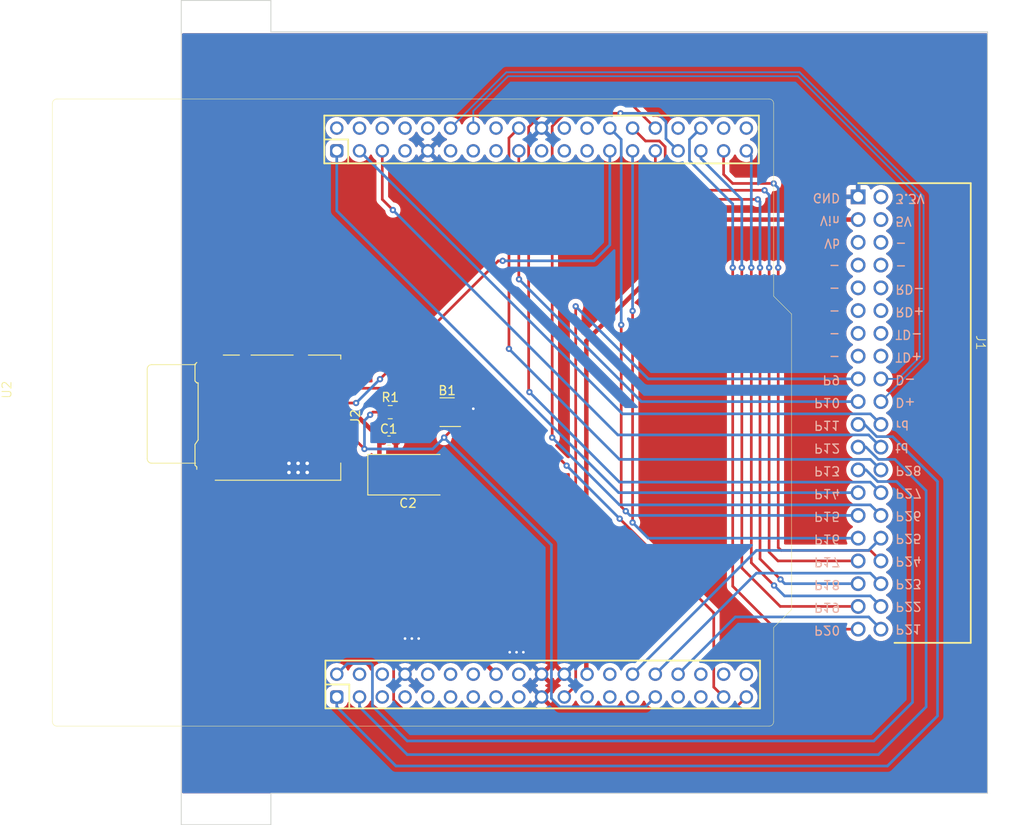
<source format=kicad_pcb>
(kicad_pcb (version 20221018) (generator pcbnew)
  (layers (0 "F.Cu" power) (31 "B.Cu" power) (34 "B.Paste" user) (35 "F.Paste" user) (36 "B.SilkS" user "B.Silkscreen") (37 "F.SilkS" user "F.Silkscreen") (38 "B.Mask" user) (39 "F.Mask" user) (44 "Edge.Cuts" user))
  (net 0 "")
  (net 1 "/CS")
  (net 2 "/DAT0")
  (net 3 "GND")
  (net 4 "/SD_MISO")
  (net 5 "+3.3V")
  (net 6 "/Vin")
  (net 18 "/SDA{slash}RX_1")
  (net 19 "/USB_D-")
  (net 20 "/SCL{slash}TX_1")
  (net 21 "/USB_D+")
  (net 22 "/SCK")
  (net 23 "/CAN_rd")
  (net 24 "/MOSI")
  (net 25 "/CAN_td")
  (net 26 "/MISO")
  (net 27 "/SDA{slash}RX_2")
  (net 28 "/SSEL")
  (net 29 "/SCL{slash}TX_2")
  (net 30 "/P15")
  (net 31 "/P26")
  (net 32 "/P16")
  (net 33 "/P25")
  (net 34 "/P17")
  (net 35 "/P24")
  (net 36 "/P18")
  (net 37 "/P23")
  (net 38 "/P19")
  (net 39 "/P22")
  (net 40 "/P20")
  (net 41 "/P21")
  (net 43 "/SD_MOSI")
  (net 44 "/SD_SCK")
  (net 86 "+5V")
  (footprint "Capacitor_Tantalum_SMD:CP_EIA-7343-31_Kemet-D" (layer "F.Cu") (at 166.708 95.586)
    (fp_text reference "C2" (at 0.078914 3.178687) (layer "F.SilkS"))
    (fp_text value "47uF")
    (fp_line (start -4.41 -2.26) (end -4.41 2.26) (stroke (width 0.12)) (layer "F.SilkS"))
    (fp_line (start -4.41 2.26) (end 3.65 2.26) (stroke (width 0.12)) (layer "F.SilkS"))
    (fp_line (start 3.65 -2.26) (end -4.41 -2.26) (stroke (width 0.12)) (layer "F.SilkS"))
    (pad "1" smd roundrect (at -3.1125 0) (size 2.075 2.55) (layers "F.Cu" "F.Paste" "F.Mask") (roundrect_rratio 0.120482) (net 5 "+3.3V"))
    (pad "2" smd roundrect (at 3.1125 0) (size 2.075 2.55) (layers "F.Cu" "F.Paste" "F.Mask") (roundrect_rratio 0.120482) (net 3 "GND"))
  )
  (footprint "flatsat_conn:flatsat_conn" (layer "F.Cu") (at 229.848 88.704)
    (fp_text reference "J1" (at 0.868 -7.85 -90 unlocked) (layer "F.SilkS") (effects (font (thickness 0.1))))
    (fp_text value "Bus Standard")
    (fp_text user "P27" (at -7.203949 8.9383 180 unlocked) (layer "B.SilkS") (effects (justify mirror)))
    (fp_text user "-" (at -8.037282 -16.35643 180 unlocked) (layer "B.SilkS") (effects (justify mirror)))
    (fp_text user "-" (at -15.453948 -6.244849 180 unlocked) (layer "B.SilkS") (effects (justify mirror)))
    (fp_text user "P12" (at -16.287282 3.915151 180 unlocked) (layer "B.SilkS") (effects (justify mirror)))
    (fp_text user "P18" (at -16.287282 19.155151 180 unlocked) (layer "B.SilkS") (effects (justify mirror)))
    (fp_text user "RD-" (at -7.037282 -13.826957 180 unlocked) (layer "B.SilkS") (effects (justify mirror)))
    (fp_text user "P28" (at -7.203949 6.408827 180 unlocked) (layer "B.SilkS") (effects (justify mirror)))
    (fp_text user "P19" (at -16.287282 21.695151 180 unlocked) (layer "B.SilkS") (effects (justify mirror)))
    (fp_text user "Vin" (at -15.953948 -21.484849 180 unlocked) (layer "B.SilkS") (effects (justify mirror)))
    (fp_text user "5V" (at -7.751568 -21.415376 180 unlocked) (layer "B.SilkS") (effects (justify mirror)))
    (fp_text user "P23" (at -7.203949 19.056192 180 unlocked) (layer "B.SilkS") (effects (justify mirror)))
    (fp_text user "P11" (at -16.287282 1.375151 180 unlocked) (layer "B.SilkS") (effects (justify mirror)))
    (fp_text user "-" (at -15.453948 -16.404849 180 unlocked) (layer "B.SilkS") (effects (justify mirror)))
    (fp_text user "RD+" (at -7.037282 -11.297484 180 unlocked) (layer "B.SilkS") (effects (justify mirror)))
    (fp_text user "P15" (at -16.287282 11.535151 180 unlocked) (layer "B.SilkS") (effects (justify mirror)))
    (fp_text user "rd" (at -7.894425 1.349881 180 unlocked) (layer "B.SilkS") (effects (justify mirror)))
    (fp_text user "TD+" (at -7.15633 -6.238538 180 unlocked) (layer "B.SilkS") (effects (justify mirror)))
    (fp_text user "-" (at -8.037282 -18.885903 180 unlocked) (layer "B.SilkS") (effects (justify mirror)))
    (fp_text user "P22" (at -7.203949 21.585665 180 unlocked) (layer "B.SilkS") (effects (justify mirror)))
    (fp_text user "3.3V" (at -7.037282 -23.944849 180 unlocked) (layer "B.SilkS") (effects (justify mirror)))
    (fp_text user "P13" (at -16.287282 6.455151 180 unlocked) (layer "B.SilkS") (effects (justify mirror)))
    (fp_text user "td" (at -7.918235 3.879354 180 unlocked) (layer "B.SilkS") (effects (justify mirror)))
    (fp_text user "P25" (at -7.203949 13.997246 180 unlocked) (layer "B.SilkS") (effects (justify mirror)))
    (fp_text user "Vb" (at -15.715853 -18.944849 180 unlocked) (layer "B.SilkS") (effects (justify mirror)))
    (fp_text user "-" (at -15.453948 -11.324849 180 unlocked) (layer "B.SilkS") (effects (justify mirror)))
    (fp_text user "P10" (at -16.287282 -1.164849 180 unlocked) (layer "B.SilkS") (effects (justify mirror)))
    (fp_text user "P21" (at -7.203949 24.115151 180 unlocked) (layer "B.SilkS") (effects (justify mirror)))
    (fp_text user "P24" (at -7.203949 16.526719 180 unlocked) (layer "B.SilkS") (effects (justify mirror)))
    (fp_text user "TD-" (at -7.15633 -8.768011 180 unlocked) (layer "B.SilkS") (effects (justify mirror)))
    (fp_text user "P16" (at -16.287282 14.075151 180 unlocked) (layer "B.SilkS") (effects (justify mirror)))
    (fp_text user "D-" (at -7.537282 -3.709065 180 unlocked) (layer "B.SilkS") (effects (justify mirror)))
    (fp_text user "P26" (at -7.203949 11.467773 180 unlocked) (layer "B.SilkS") (effects (justify mirror)))
    (fp_text user "P9" (at -15.811091 -3.704849 180 unlocked) (layer "B.SilkS") (effects (justify mirror)))
    (fp_text user "P20" (at -16.287282 24.235151 180 unlocked) (layer "B.SilkS") (effects (justify mirror)))
    (fp_text user "-" (at -15.453948 -13.864849 180 unlocked) (layer "B.SilkS") (effects (justify mirror)))
    (fp_text user "D+" (at -7.537282 -1.179592 180 unlocked) (layer "B.SilkS") (effects (justify mirror)))
    (fp_text user "P14" (at -16.287282 8.995151 180 unlocked) (layer "B.SilkS") (effects (justify mirror)))
    (fp_text user "GND" (at -16.35871 -24.024849 180 unlocked) (layer "B.SilkS") (effects (justify mirror)))
    (fp_text user "-" (at -15.453948 -8.784849 180 unlocked) (layer "B.SilkS") (effects (justify mirror)))
    (fp_text user "P17" (at -16.287282 16.615151 180 unlocked) (layer "B.SilkS") (effects (justify mirror)))
    (fp_line (start -12.817282 -25.662349) (end -0.247282 -25.662349) (stroke (width 0.2)) (layer "F.SilkS"))
    (fp_line (start -0.247282 25.647651) (end -8.757282 25.647651) (stroke (width 0.2)) (layer "F.SilkS"))
    (fp_line (start -0.247282 25.647651) (end -0.247282 -25.662349) (stroke (width 0.2)) (layer "F.SilkS"))
    (pad "1" thru_hole rect (at -12.817282 -24.137349 90) (size 1.65 1.65) (drill 1.1) (layers "*.Cu" "*.Mask") (net 3 "GND"))
    (pad "2" thru_hole circle (at -10.277282 -24.137349 90) (size 1.65 1.65) (drill 1.1) (layers "*.Cu" "*.Mask"))
    (pad "3" thru_hole circle (at -12.817282 -21.597349 90) (size 1.65 1.65) (drill 1.1) (layers "*.Cu" "*.Mask") (net 6 "/Vin"))
    (pad "4" thru_hole circle (at -10.277282 -21.597349 90) (size 1.65 1.65) (drill 1.1) (layers "*.Cu" "*.Mask"))
    (pad "5" thru_hole circle (at -12.817282 -19.057349 90) (size 1.65 1.65) (drill 1.1) (layers "*.Cu" "*.Mask"))
    (pad "6" thru_hole circle (at -10.277282 -19.057349 90) (size 1.65 1.65) (drill 1.1) (layers "*.Cu" "*.Mask"))
    (pad "7" thru_hole circle (at -12.817282 -16.517349 90) (size 1.65 1.65) (drill 1.1) (layers "*.Cu" "*.Mask"))
    (pad "8" thru_hole circle (at -10.277282 -16.517349 90) (size 1.65 1.65) (drill 1.1) (layers "*.Cu" "*.Mask"))
    (pad "9" thru_hole circle (at -12.817282 -13.977349 90) (size 1.65 1.65) (drill 1.1) (layers "*.Cu" "*.Mask"))
    (pad "10" thru_hole circle (at -10.277282 -13.977349 90) (size 1.65 1.65) (drill 1.1) (layers "*.Cu" "*.Mask"))
    (pad "11" thru_hole circle (at -12.817282 -11.437349 90) (size 1.65 1.65) (drill 1.1) (layers "*.Cu" "*.Mask"))
    (pad "12" thru_hole circle (at -10.277282 -11.437349 90) (size 1.65 1.65) (drill 1.1) (layers "*.Cu" "*.Mask"))
    (pad "13" thru_hole circle (at -12.817282 -8.897349 90) (size 1.65 1.65) (drill 1.1) (layers "*.Cu" "*.Mask"))
    (pad "14" thru_hole circle (at -10.277282 -8.897349 90) (size 1.65 1.65) (drill 1.1) (layers "*.Cu" "*.Mask"))
    (pad "15" thru_hole circle (at -12.817282 -6.357349 90) (size 1.65 1.65) (drill 1.1) (layers "*.Cu" "*.Mask"))
    (pad "16" thru_hole circle (at -10.277282 -6.357349 90) (size 1.65 1.65) (drill 1.1) (layers "*.Cu" "*.Mask"))
    (pad "17" thru_hole circle (at -12.817282 -3.817349 90) (size 1.65 1.65) (drill 1.1) (layers "*.Cu" "*.Mask") (net 18 "/SDA{slash}RX_1"))
    (pad "18" thru_hole circle (at -10.277282 -3.817349 90) (size 1.65 1.65) (drill 1.1) (layers "*.Cu" "*.Mask") (net 19 "/USB_D-"))
    (pad "19" thru_hole circle (at -12.817282 -1.277349 90) (size 1.65 1.65) (drill 1.1) (layers "*.Cu" "*.Mask") (net 20 "/SCL{slash}TX_1"))
    (pad "20" thru_hole circle (at -10.277282 -1.277349 90) (size 1.65 1.65) (drill 1.1) (layers "*.Cu" "*.Mask") (net 21 "/USB_D+"))
    (pad "21" thru_hole circle (at -12.817282 1.262651 90) (size 1.65 1.65) (drill 1.1) (layers "*.Cu" "*.Mask") (net 22 "/SCK"))
    (pad "22" thru_hole circle (at -10.277282 1.262651 90) (size 1.65 1.65) (drill 1.1) (layers "*.Cu" "*.Mask") (net 23 "/CAN_rd"))
    (pad "23" thru_hole circle (at -12.817282 3.802651 90) (size 1.65 1.65) (drill 1.1) (layers "*.Cu" "*.Mask") (net 24 "/MOSI"))
    (pad "24" thru_hole circle (at -10.277282 3.802651 90) (size 1.65 1.65) (drill 1.1) (layers "*.Cu" "*.Mask") (net 25 "/CAN_td"))
    (pad "25" thru_hole circle (at -12.817282 6.342651 90) (size 1.65 1.65) (drill 1.1) (layers "*.Cu" "*.Mask") (net 26 "/MISO"))
    (pad "26" thru_hole circle (at -10.277282 6.342651 90) (size 1.65 1.65) (drill 1.1) (layers "*.Cu" "*.Mask") (net 27 "/SDA{slash}RX_2"))
    (pad "27" thru_hole circle (at -12.817282 8.882651 90) (size 1.65 1.65) (drill 1.1) (layers "*.Cu" "*.Mask") (net 28 "/SSEL"))
    (pad "28" thru_hole circle (at -10.277282 8.882651 90) (size 1.65 1.65) (drill 1.1) (layers "*.Cu" "*.Mask") (net 29 "/SCL{slash}TX_2"))
    (pad "29" thru_hole circle (at -12.817282 11.422651 90) (size 1.65 1.65) (drill 1.1) (layers "*.Cu" "*.Mask") (net 30 "/P15"))
    (pad "30" thru_hole circle (at -10.277282 11.422651 90) (size 1.65 1.65) (drill 1.1) (layers "*.Cu" "*.Mask") (net 31 "/P26"))
    (pad "31" thru_hole circle (at -12.817282 13.962651 90) (size 1.65 1.65) (drill 1.1) (layers "*.Cu" "*.Mask") (net 32 "/P16"))
    (pad "32" thru_hole circle (at -10.277282 13.962651 90) (size 1.65 1.65) (drill 1.1) (layers "*.Cu" "*.Mask") (net 33 "/P25"))
    (pad "33" thru_hole circle (at -12.817282 16.502651 90) (size 1.65 1.65) (drill 1.1) (layers "*.Cu" "*.Mask") (net 34 "/P17"))
    (pad "34" thru_hole circle (at -10.277282 16.502651 90) (size 1.65 1.65) (drill 1.1) (layers "*.Cu" "*.Mask") (net 35 "/P24"))
    (pad "35" thru_hole circle (at -12.817282 19.042651 90) (size 1.65 1.65) (drill 1.1) (layers "*.Cu" "*.Mask") (net 36 "/P18"))
    (pad "36" thru_hole circle (at -10.277282 19.042651 90) (size 1.65 1.65) (drill 1.1) (layers "*.Cu" "*.Mask") (net 37 "/P23"))
    (pad "37" thru_hole circle (at -12.817282 21.582651 90) (size 1.65 1.65) (drill 1.1) (layers "*.Cu" "*.Mask") (net 38 "/P19"))
    (pad "38" thru_hole circle (at -10.277282 21.582651 90) (size 1.65 1.65) (drill 1.1) (layers "*.Cu" "*.Mask") (net 39 "/P22"))
    (pad "39" thru_hole circle (at -12.817282 24.122651 90) (size 1.65 1.65) (drill 1.1) (layers "*.Cu" "*.Mask") (net 40 "/P20"))
    (pad "40" thru_hole circle (at -10.277282 24.122651 90) (size 1.65 1.65) (drill 1.1) (layers "*.Cu" "*.Mask") (net 41 "/P21"))
  )
  (footprint "Package_SO:TSOP-5_1.65x3.05mm_P0.95mm" (layer "F.Cu") (at 171.153 88.601 180)
    (fp_text reference "B1" (at 0 2.413) (layer "F.SilkS"))
    (fp_text value "~")
    (fp_line (start -0.8 1.6) (end 0.8 1.6) (stroke (width 0.12)) (layer "F.SilkS"))
    (fp_line (start 0.8 -1.6) (end -1.5 -1.6) (stroke (width 0.12)) (layer "F.SilkS"))
    (pad "1" smd rect (at -1.16 -0.95 180) (size 0.7 0.51) (layers "F.Cu" "F.Paste" "F.Mask") (net 1 "/CS"))
    (pad "2" smd rect (at -1.16 0 180) (size 0.7 0.51) (layers "F.Cu" "F.Paste" "F.Mask") (net 2 "/DAT0"))
    (pad "3" smd rect (at -1.16 0.95 180) (size 0.7 0.51) (layers "F.Cu" "F.Paste" "F.Mask") (net 3 "GND"))
    (pad "4" smd rect (at 1.16 0.95 180) (size 0.7 0.51) (layers "F.Cu" "F.Paste" "F.Mask") (net 4 "/SD_MISO"))
    (pad "5" smd rect (at 1.16 -0.95 180) (size 0.7 0.51) (layers "F.Cu" "F.Paste" "F.Mask") (net 5 "+3.3V"))
  )
  (footprint "Capacitor_SMD:C_0603_1608Metric" (layer "F.Cu") (at 164.663 91.776)
    (fp_text reference "C1" (at -0.034022 -1.301577) (layer "F.SilkS"))
    (fp_text value "0.1uF")
    (fp_line (start -0.14058 -0.51) (end 0.14058 -0.51) (stroke (width 0.12)) (layer "F.SilkS"))
    (fp_line (start -0.14058 0.51) (end 0.14058 0.51) (stroke (width 0.12)) (layer "F.SilkS"))
    (pad "1" smd roundrect (at -0.775 0) (size 0.9 0.95) (layers "F.Cu" "F.Paste" "F.Mask") (net 5 "+3.3V"))
    (pad "2" smd roundrect (at 0.775 0) (size 0.9 0.95) (layers "F.Cu" "F.Paste" "F.Mask") (net 3 "GND"))
  )
  (footprint "Resistor_SMD:R_0805_2012Metric" (layer "F.Cu") (at 164.803 88.601)
    (fp_text reference "R1" (at 0 -1.65) (layer "F.SilkS"))
    (fp_text value "10K")
    (fp_line (start -0.227064 -0.735) (end 0.227064 -0.735) (stroke (width 0.12)) (layer "F.SilkS"))
    (fp_line (start -0.227064 0.735) (end 0.227064 0.735) (stroke (width 0.12)) (layer "F.SilkS"))
    (pad "1" smd roundrect (at -0.9125 0) (size 1.025 1.4) (layers "F.Cu" "F.Paste" "F.Mask") (roundrect_rratio 0.243902) (net 1 "/CS"))
    (pad "2" smd roundrect (at 0.9125 0) (size 1.025 1.4) (layers "F.Cu" "F.Paste" "F.Mask") (roundrect_rratio 0.243902) (net 5 "+3.3V"))
  )
  (footprint "Connector_Card:microSD_HC_Hirose_DM3AT-SF-PEJM5" (layer "F.Cu") (at 151.393 89.206 -90)
    (fp_text reference "J2" (at -0.075 -9.525 90) (layer "F.SilkS"))
    (fp_text value "Micro_SD_Card_Det_Hirose_DM3AT")
    (fp_line (start -6.975 -7.885) (end -6.975 -4.275) (stroke (width 0.12)) (layer "F.SilkS"))
    (fp_line (start -6.975 -2.575) (end -6.975 2.125) (stroke (width 0.12)) (layer "F.SilkS"))
    (fp_line (start -6.975 3.425) (end -6.975 5.225) (stroke (width 0.12)) (layer "F.SilkS"))
    (fp_line (start -6.525 -7.885) (end -6.975 -7.885) (stroke (width 0.12)) (layer "F.SilkS"))
    (fp_line (start -5.945 8.385) (end -6.145 8.185) (stroke (width 0.12)) (layer "F.SilkS"))
    (fp_line (start -5.945 8.385) (end -4.085 8.385) (stroke (width 0.12)) (layer "F.SilkS"))
    (fp_line (start -5.907341 8.316803) (end -5.907341 13.216803) (stroke (width 0.1)) (layer "F.SilkS"))
    (fp_line (start -5.407341 13.716803) (end 4.592659 13.716803) (stroke (width 0.1)) (layer "F.SilkS"))
    (fp_line (start -4.085 8.385) (end -3.875 8.185) (stroke (width 0.12)) (layer "F.SilkS"))
    (fp_line (start -3.875 8.035) (end -3.875 8.185) (stroke (width 0.12)) (layer "F.SilkS"))
    (fp_line (start -3.875 8.035) (end 2.495 8.035) (stroke (width 0.12)) (layer "F.SilkS"))
    (fp_line (start 3.005 8.385) (end 2.495 8.035) (stroke (width 0.12)) (layer "F.SilkS"))
    (fp_line (start 5.075 -7.885) (end 6.995 -7.885) (stroke (width 0.12)) (layer "F.SilkS"))
    (fp_line (start 5.092659 13.216803) (end 5.092659 8.316803) (stroke (width 0.1)) (layer "F.SilkS"))
    (fp_line (start 5.315 8.385) (end 3.005 8.385) (stroke (width 0.12)) (layer "F.SilkS"))
    (fp_line (start 5.315 8.385) (end 5.515 8.185) (stroke (width 0.12)) (layer "F.SilkS"))
    (fp_line (start 5.515 8.185) (end 5.775 8.185) (stroke (width 0.12)) (layer "F.SilkS"))
    (fp_line (start 6.995 -7.885) (end 6.995 6.125) (stroke (width 0.12)) (layer "F.SilkS"))
    (fp_arc (start -5.407341 13.716803) (mid -5.760894 13.570356) (end -5.907341 13.216803) (stroke (width 0.1)) (layer "F.SilkS"))
    (fp_arc (start 5.092659 13.216803) (mid 4.946215 13.570361) (end 4.592659 13.716803) (stroke (width 0.1)) (layer "F.SilkS"))
    (pad "1" smd rect (at 2.775 -7.725 270) (size 0.7 1.2) (layers "F.Cu" "F.Paste" "F.Mask"))
    (pad "2" smd rect (at 1.675 -7.725 270) (size 0.7 1.2) (layers "F.Cu" "F.Paste" "F.Mask") (net 1 "/CS"))
    (pad "3" smd rect (at 0.575 -7.725 270) (size 0.7 1.2) (layers "F.Cu" "F.Paste" "F.Mask") (net 43 "/SD_MOSI"))
    (pad "4" smd rect (at -0.525 -7.725 270) (size 0.7 1.2) (layers "F.Cu" "F.Paste" "F.Mask") (net 5 "+3.3V"))
    (pad "5" smd rect (at -1.625 -7.725 270) (size 0.7 1.2) (layers "F.Cu" "F.Paste" "F.Mask") (net 44 "/SD_SCK"))
    (pad "6" smd rect (at -2.725 -7.725 270) (size 0.7 1.2) (layers "F.Cu" "F.Paste" "F.Mask") (net 3 "GND"))
    (pad "7" smd rect (at -3.825 -7.725 270) (size 0.7 1.2) (layers "F.Cu" "F.Paste" "F.Mask") (net 2 "/DAT0"))
    (pad "8" smd rect (at -4.925 -7.725 270) (size 0.7 1.2) (layers "F.Cu" "F.Paste" "F.Mask"))
    (pad "9" smd rect (at -5.875 -7.725 270) (size 0.7 1.2) (layers "F.Cu" "F.Paste" "F.Mask"))
    (pad "10" smd rect (at -6.825 2.775 270) (size 1 0.8) (layers "F.Cu" "F.Paste" "F.Mask"))
    (pad "11" smd rect (at -6.825 -3.425 270) (size 1 1.2) (layers "F.Cu" "F.Paste" "F.Mask") (net 3 "GND"))
    (pad "11" smd rect (at -6.825 6.925 270) (size 1 2.8) (layers "F.Cu" "F.Paste" "F.Mask") (net 3 "GND"))
    (pad "11" smd rect (at 4.325 -7.725 270) (size 1 1.2) (layers "F.Cu" "F.Paste" "F.Mask") (net 3 "GND"))
    (pad "11" smd rect (at 6.675 7.375 270) (size 1.3 1.9) (layers "F.Cu" "F.Paste" "F.Mask") (net 3 "GND"))
    (zone (net 0) (net_name "") (layer "F.Cu") (connect_pads (clearance 0)) (min_thickness 0.254)
      (keepout (tracks not_allowed) (vias not_allowed) (pads not_allowed) (copperpour not_allowed) (footprints not_allowed))
      (fill (thermal_gap 0.508) (thermal_bridge_width 0.508))
      (polygon (pts (xy 144.418 92.131) (xy 144.418 94.681) (xy 143.068 94.681) (xy 143.068 92.131)))
    )
    (zone (net 0) (net_name "") (layer "F.Cu") (connect_pads (clearance 0)) (min_thickness 0.254)
      (keepout (tracks not_allowed) (vias not_allowed) (pads not_allowed) (copperpour not_allowed) (footprints not_allowed))
      (fill (thermal_gap 0.508) (thermal_bridge_width 0.508))
      (polygon (pts (xy 150.618 82.731) (xy 150.618 81.981) (xy 154.218 81.981) (xy 154.218 82.731)))
    )
    (zone (net 0) (net_name "") (layer "F.Cu") (connect_pads (clearance 0)) (min_thickness 0.254)
      (keepout (tracks not_allowed) (vias not_allowed) (pads not_allowed) (copperpour not_allowed) (footprints not_allowed))
      (fill (thermal_gap 0.508) (thermal_bridge_width 0.508))
      (polygon (pts (xy 152.518 92.481) (xy 152.518 83.781) (xy 154.118 83.781) (xy 154.118 92.481)))
    )
    (zone (net 0) (net_name "") (layer "F.Cu") (connect_pads (clearance 0)) (min_thickness 0.254)
      (keepout (tracks not_allowed) (vias not_allowed) (pads not_allowed) (copperpour not_allowed) (footprints not_allowed))
      (fill (thermal_gap 0.508) (thermal_bridge_width 0.508))
      (polygon (pts (xy 152.818 83.081) (xy 152.818 83.781) (xy 145.218 83.781) (xy 145.218 83.081)))
    )
    (zone (net 0) (net_name "") (layer "F.Cu") (connect_pads (clearance 0)) (min_thickness 0.254)
      (keepout (tracks not_allowed) (vias not_allowed) (pads not_allowed) (copperpour not_allowed) (footprints not_allowed))
      (fill (thermal_gap 0.508) (thermal_bridge_width 0.508))
      (polygon (pts (xy 155.418 82.731) (xy 155.418 81.981) (xy 158.668 81.981) (xy 158.668 82.731)))
    )
  )
  (footprint "Nucleo:Nucleo64" (layer "F.Cu") (at 127.594 123.646 90)
    (fp_text reference "U2" (at 37.542732 -5.59 90 unlocked) (layer "F.SilkS") (effects (font (thickness 0.1))))
    (fp_text value "NUCLEO_L476RG")
    (fp_line (start 0 0) (end 0 79.5) (stroke (width 0.05)) (layer "F.SilkS"))
    (fp_line (start 0.5 80) (end 11 80) (stroke (width 0.05)) (layer "F.SilkS"))
    (fp_line (start 1.982732 29.97) (end 1.982732 78.484) (stroke (width 0.2)) (layer "F.SilkS"))
    (fp_line (start 4.649732 32.637) (end 1.982732 32.637) (stroke (width 0.2)) (layer "F.SilkS"))
    (fp_line (start 4.649732 32.637) (end 4.649732 29.97) (stroke (width 0.2)) (layer "F.SilkS"))
    (fp_line (start 7.316732 29.97) (end 1.982732 29.97) (stroke (width 0.2)) (layer "F.SilkS"))
    (fp_line (start 7.316732 29.97) (end 7.316732 78.484) (stroke (width 0.2)) (layer "F.SilkS"))
    (fp_line (start 7.316732 78.484) (end 1.982732 78.484) (stroke (width 0.2)) (layer "F.SilkS"))
    (fp_line (start 11 80) (end 13 82) (stroke (width 0.05)) (layer "F.SilkS"))
    (fp_line (start 13 82) (end 46 82) (stroke (width 0.05)) (layer "F.SilkS"))
    (fp_line (start 46 82) (end 48 80) (stroke (width 0.05)) (layer "F.SilkS"))
    (fp_line (start 48 80) (end 69.5 80) (stroke (width 0.05)) (layer "F.SilkS"))
    (fp_line (start 62.815732 29.843) (end 62.815732 78.357) (stroke (width 0.2)) (layer "F.SilkS"))
    (fp_line (start 65.482732 32.51) (end 62.815732 32.51) (stroke (width 0.2)) (layer "F.SilkS"))
    (fp_line (start 65.482732 32.51) (end 65.482732 29.843) (stroke (width 0.2)) (layer "F.SilkS"))
    (fp_line (start 68.149732 29.843) (end 62.815732 29.843) (stroke (width 0.2)) (layer "F.SilkS"))
    (fp_line (start 68.149732 29.843) (end 68.149732 78.357) (stroke (width 0.2)) (layer "F.SilkS"))
    (fp_line (start 68.149732 78.357) (end 62.815732 78.357) (stroke (width 0.2)) (layer "F.SilkS"))
    (fp_line (start 69.500001 -0.5) (end 0.500001 -0.499999) (stroke (width 0.05)) (layer "F.SilkS"))
    (fp_line (start 70 79.5) (end 70 0) (stroke (width 0.05)) (layer "F.SilkS"))
    (fp_arc (start 0 0) (mid 0.146447 -0.353554) (end 0.500001 -0.499999) (stroke (width 0.05)) (layer "F.SilkS"))
    (fp_arc (start 0.5 80) (mid 0.146447 79.853553) (end 0 79.5) (stroke (width 0.05)) (layer "F.SilkS"))
    (fp_arc (start 69.500001 -0.5) (mid 69.853554 -0.353553) (end 70 0.000001) (stroke (width 0.05)) (layer "F.SilkS"))
    (fp_arc (start 70.000001 79.500001) (mid 69.853554 79.853554) (end 69.5 80) (stroke (width 0.05)) (layer "F.SilkS"))
    (pad "1" thru_hole roundrect (at 3.252732 31.24) (size 1.5 1.5) (drill 1) (layers "*.Cu" "*.Mask") (net 22 "/SCK"))
    (pad "2" thru_hole circle (at 5.792732 31.24) (size 1.5 1.5) (drill 1) (layers "*.Cu" "*.Mask") (net 26 "/MISO"))
    (pad "3" thru_hole circle (at 3.252732 33.78) (size 1.5 1.5) (drill 1) (layers "*.Cu" "*.Mask") (net 24 "/MOSI"))
    (pad "4" thru_hole circle (at 5.792732 33.78) (size 1.5 1.5) (drill 1) (layers "*.Cu" "*.Mask"))
    (pad "5" thru_hole circle (at 3.252732 36.32) (size 1.5 1.5) (drill 1) (layers "*.Cu" "*.Mask"))
    (pad "6" thru_hole circle (at 5.792732 36.32) (size 1.5 1.5) (drill 1) (layers "*.Cu" "*.Mask"))
    (pad "7" thru_hole circle (at 3.252732 38.86) (size 1.5 1.5) (drill 1) (layers "*.Cu" "*.Mask"))
    (pad "8" thru_hole circle (at 5.792732 38.86) (size 1.5 1.5) (drill 1) (layers "*.Cu" "*.Mask") (net 3 "GND"))
    (pad "9" thru_hole circle (at 3.252732 41.4) (size 1.5 1.5) (drill 1) (layers "*.Cu" "*.Mask"))
    (pad "10" thru_hole circle (at 5.792732 41.4) (size 1.5 1.5) (drill 1) (layers "*.Cu" "*.Mask"))
    (pad "11" thru_hole circle (at 3.252732 43.94) (size 1.5 1.5) (drill 1) (layers "*.Cu" "*.Mask"))
    (pad "12" thru_hole circle (at 5.792732 43.94) (size 1.5 1.5) (drill 1) (layers "*.Cu" "*.Mask"))
    (pad "13" thru_hole circle (at 3.252732 46.48) (size 1.5 1.5) (drill 1) (layers "*.Cu" "*.Mask"))
    (pad "14" thru_hole circle (at 5.792732 46.48) (size 1.5 1.5) (drill 1) (layers "*.Cu" "*.Mask"))
    (pad "15" thru_hole circle (at 3.252732 49.02) (size 1.5 1.5) (drill 1) (layers "*.Cu" "*.Mask"))
    (pad "16" thru_hole circle (at 5.792732 49.02) (size 1.5 1.5) (drill 1) (layers "*.Cu" "*.Mask") (net 5 "+3.3V"))
    (pad "17" thru_hole circle (at 3.252732 51.56) (size 1.5 1.5) (drill 1) (layers "*.Cu" "*.Mask"))
    (pad "18" thru_hole circle (at 5.792732 51.56) (size 1.5 1.5) (drill 1) (layers "*.Cu" "*.Mask") (net 86 "+5V"))
    (pad "19" thru_hole circle (at 3.252732 54.1) (size 1.5 1.5) (drill 1) (layers "*.Cu" "*.Mask") (net 3 "GND"))
    (pad "20" thru_hole circle (at 5.792732 54.1) (size 1.5 1.5) (drill 1) (layers "*.Cu" "*.Mask") (net 3 "GND"))
    (pad "21" thru_hole circle (at 3.252732 56.64) (size 1.5 1.5) (drill 1) (layers "*.Cu" "*.Mask") (net 18 "/SDA{slash}RX_1"))
    (pad "22" thru_hole circle (at 5.792732 56.64) (size 1.5 1.5) (drill 1) (layers "*.Cu" "*.Mask") (net 3 "GND"))
    (pad "23" thru_hole circle (at 3.252732 59.18) (size 1.5 1.5) (drill 1) (layers "*.Cu" "*.Mask"))
    (pad "24" thru_hole circle (at 5.792732 59.18) (size 1.5 1.5) (drill 1) (layers "*.Cu" "*.Mask") (net 6 "/Vin"))
    (pad "25" thru_hole circle (at 3.252732 61.72) (size 1.5 1.5) (drill 1) (layers "*.Cu" "*.Mask"))
    (pad "26" thru_hole circle (at 5.792732 61.72) (size 1.5 1.5) (drill 1) (layers "*.Cu" "*.Mask"))
    (pad "27" thru_hole circle (at 3.252732 64.26) (size 1.5 1.5) (drill 1) (layers "*.Cu" "*.Mask"))
    (pad "28" thru_hole circle (at 5.792732 64.26) (size 1.5 1.5) (drill 1) (layers "*.Cu" "*.Mask") (net 33 "/P25"))
    (pad "29" thru_hole circle (at 3.252732 66.8) (size 1.5 1.5) (drill 1) (layers "*.Cu" "*.Mask") (net 1 "/CS"))
    (pad "30" thru_hole circle (at 5.792732 66.8) (size 1.5 1.5) (drill 1) (layers "*.Cu" "*.Mask") (net 37 "/P23"))
    (pad "31" thru_hole circle (at 3.252732 69.34) (size 1.5 1.5) (drill 1) (layers "*.Cu" "*.Mask"))
    (pad "32" thru_hole circle (at 5.792732 69.34) (size 1.5 1.5) (drill 1) (layers "*.Cu" "*.Mask") (net 41 "/P21"))
    (pad "33" thru_hole circle (at 3.252732 71.88) (size 1.5 1.5) (drill 1) (layers "*.Cu" "*.Mask"))
    (pad "34" thru_hole circle (at 5.792732 71.88) (size 1.5 1.5) (drill 1) (layers "*.Cu" "*.Mask"))
    (pad "35" thru_hole circle (at 3.252732 74.42) (size 1.5 1.5) (drill 1) (layers "*.Cu" "*.Mask") (net 4 "/SD_MISO"))
    (pad "36" thru_hole circle (at 5.792732 74.42) (size 1.5 1.5) (drill 1) (layers "*.Cu" "*.Mask"))
    (pad "37" thru_hole circle (at 3.252732 76.96) (size 1.5 1.5) (drill 1) (layers "*.Cu" "*.Mask") (net 43 "/SD_MOSI"))
    (pad "38" thru_hole circle (at 5.792732 76.96) (size 1.5 1.5) (drill 1) (layers "*.Cu" "*.Mask"))
    (pad "39" thru_hole roundrect (at 64.212732 31.24) (size 1.5 1.5) (drill 1) (layers "*.Cu" "*.Mask") (net 28 "/SSEL"))
    (pad "40" thru_hole circle (at 66.752732 31.24) (size 1.5 1.5) (drill 1) (layers "*.Cu" "*.Mask"))
    (pad "41" thru_hole circle (at 64.212732 33.78) (size 1.5 1.5) (drill 1) (layers "*.Cu" "*.Mask") (net 23 "/CAN_rd"))
    (pad "42" thru_hole circle (at 66.752732 33.78) (size 1.5 1.5) (drill 1) (layers "*.Cu" "*.Mask"))
    (pad "43" thru_hole circle (at 64.212732 36.32) (size 1.5 1.5) (drill 1) (layers "*.Cu" "*.Mask") (net 25 "/CAN_td"))
    (pad "44" thru_hole circle (at 66.752732 36.32) (size 1.5 1.5) (drill 1) (layers "*.Cu" "*.Mask"))
    (pad "45" thru_hole circle (at 64.212732 38.86) (size 1.5 1.5) (drill 1) (layers "*.Cu" "*.Mask"))
    (pad "46" thru_hole circle (at 66.752732 38.86) (size 1.5 1.5) (drill 1) (layers "*.Cu" "*.Mask"))
    (pad "47" thru_hole circle (at 64.212732 41.4) (size 1.5 1.5) (drill 1) (layers "*.Cu" "*.Mask") (net 3 "GND"))
    (pad "48" thru_hole circle (at 66.752732 41.4) (size 1.5 1.5) (drill 1) (layers "*.Cu" "*.Mask"))
    (pad "49" thru_hole circle (at 64.212732 43.94) (size 1.5 1.5) (drill 1) (layers "*.Cu" "*.Mask"))
    (pad "50" thru_hole circle (at 66.752732 43.94) (size 1.5 1.5) (drill 1) (layers "*.Cu" "*.Mask") (net 21 "/USB_D+"))
    (pad "51" thru_hole circle (at 64.212732 46.48) (size 1.5 1.5) (drill 1) (layers "*.Cu" "*.Mask"))
    (pad "52" thru_hole circle (at 66.752732 46.48) (size 1.5 1.5) (drill 1) (layers "*.Cu" "*.Mask") (net 19 "/USB_D-"))
    (pad "53" thru_hole circle (at 64.212732 49.02) (size 1.5 1.5) (drill 1) (layers "*.Cu" "*.Mask"))
    (pad "54" thru_hole circle (at 66.752732 49.02) (size 1.5 1.5) (drill 1) (layers "*.Cu" "*.Mask"))
    (pad "55" thru_hole circle (at 64.212732 51.56) (size 1.5 1.5) (drill 1) (layers "*.Cu" "*.Mask") (net 20 "/SCL{slash}TX_1"))
    (pad "56" thru_hole circle (at 66.752732 51.56) (size 1.5 1.5) (drill 1) (layers "*.Cu" "*.Mask") (net 27 "/SDA{slash}RX_2"))
    (pad "57" thru_hole circle (at 64.212732 54.1) (size 1.5 1.5) (drill 1) (layers "*.Cu" "*.Mask"))
    (pad "58" thru_hole circle (at 66.752732 54.1) (size 1.5 1.5) (drill 1) (layers "*.Cu" "*.Mask") (net 3 "GND"))
    (pad "59" thru_hole circle (at 64.212732 56.64) (size 1.5 1.5) (drill 1) (layers "*.Cu" "*.Mask"))
    (pad "60" thru_hole circle (at 66.752732 56.64) (size 1.5 1.5) (drill 1) (layers "*.Cu" "*.Mask"))
    (pad "61" thru_hole circle (at 64.212732 59.18) (size 1.5 1.5) (drill 1) (layers "*.Cu" "*.Mask"))
    (pad "62" thru_hole circle (at 66.752732 59.18) (size 1.5 1.5) (drill 1) (layers "*.Cu" "*.Mask"))
    (pad "63" thru_hole circle (at 64.212732 61.72) (size 1.5 1.5) (drill 1) (layers "*.Cu" "*.Mask") (net 44 "/SD_SCK"))
    (pad "64" thru_hole circle (at 66.752732 61.72) (size 1.5 1.5) (drill 1) (layers "*.Cu" "*.Mask") (net 30 "/P15"))
    (pad "65" thru_hole circle (at 64.212732 64.26) (size 1.5 1.5) (drill 1) (layers "*.Cu" "*.Mask") (net 32 "/P16"))
    (pad "66" thru_hole circle (at 66.752732 64.26) (size 1.5 1.5) (drill 1) (layers "*.Cu" "*.Mask") (net 34 "/P17"))
    (pad "67" thru_hole circle (at 64.212732 66.8) (size 1.5 1.5) (drill 1) (layers "*.Cu" "*.Mask") (net 36 "/P18"))
    (pad "68" thru_hole circle (at 66.752732 66.8) (size 1.5 1.5) (drill 1) (layers "*.Cu" "*.Mask") (net 29 "/SCL{slash}TX_2"))
    (pad "69" thru_hole circle (at 64.212732 69.34) (size 1.5 1.5) (drill 1) (layers "*.Cu" "*.Mask") (net 31 "/P26"))
    (pad "70" thru_hole circle (at 66.752732 69.34) (size 1.5 1.5) (drill 1) (layers "*.Cu" "*.Mask"))
    (pad "71" thru_hole circle (at 64.212732 71.88) (size 1.5 1.5) (drill 1) (layers "*.Cu" "*.Mask") (net 38 "/P19"))
    (pad "72" thru_hole circle (at 66.752732 71.88) (size 1.5 1.5) (drill 1) (layers "*.Cu" "*.Mask") (net 40 "/P20"))
    (pad "73" thru_hole circle (at 64.212732 74.42) (size 1.5 1.5) (drill 1) (layers "*.Cu" "*.Mask") (net 35 "/P24"))
    (pad "74" thru_hole circle (at 66.752732 74.42) (size 1.5 1.5) (drill 1) (layers "*.Cu" "*.Mask"))
    (pad "75" thru_hole circle (at 64.212732 76.96) (size 1.5 1.5) (drill 1) (layers "*.Cu" "*.Mask") (net 39 "/P22"))
    (pad "76" thru_hole circle (at 66.752732 76.96) (size 1.5 1.5) (drill 1) (layers "*.Cu" "*.Mask"))
  )
  (gr_line (start 151.478 131.146) (end 231.478 131.146) (stroke (width 0.1)) (layer "Edge.Cuts"))
  (gr_line (start 141.478 134.646) (end 151.478 134.646) (stroke (width 0.1)) (layer "Edge.Cuts"))
  (gr_line (start 231.478 131.146) (end 231.478 46.146) (stroke (width 0.1)) (layer "Edge.Cuts"))
  (gr_line (start 141.478 42.646) (end 151.478 42.646) (stroke (width 0.1)) (layer "Edge.Cuts"))
  (gr_line (start 151.478 46.146) (end 231.478 46.146) (stroke (width 0.1)) (layer "Edge.Cuts"))
  (gr_line (start 151.478 131.146) (end 151.478 134.646) (stroke (width 0.1)) (layer "Edge.Cuts"))
  (gr_line (start 141.478 134.646) (end 141.478 42.646) (stroke (width 0.1)) (layer "Edge.Cuts"))
  (gr_line (start 151.478 42.646) (end 151.478 46.146) (stroke (width 0.1)) (layer "Edge.Cuts"))
  (segment (start 162.859 88.601) (end 162.56 88.9) (width 0.3) (layer "F.Cu") (net 1))
  (segment (start 159.118 90.881) (end 160.096 90.881) (width 0.3) (layer "F.Cu") (net 1))
  (segment (start 163.8905 88.601) (end 162.859 88.601) (width 0.3) (layer "F.Cu") (net 1))
  (segment (start 160.096 90.881) (end 161.925 92.71) (width 0.3) (layer "F.Cu") (net 1))
  (segment (start 172.313 89.942) (end 172.313 89.551) (width 0.3) (layer "F.Cu") (net 1))
  (segment (start 170.815 91.44) (end 172.313 89.942) (width 0.3) (layer "F.Cu") (net 1))
  (via (at 162.56 88.9) (size 0.7) (drill 0.3) (layers "F.Cu" "B.Cu") (net 1))
  (via (at 161.925 92.71) (size 0.7) (drill 0.3) (layers "F.Cu" "B.Cu") (net 1))
  (via (at 170.815 91.44) (size 0.7) (drill 0.3) (layers "F.Cu" "B.Cu") (net 1))
  (segment (start 182.794 120.562) (end 182.794 103.419) (width 0.3) (layer "B.Cu") (net 1))
  (segment (start 161.925 92.71) (end 169.545 92.71) (width 0.3) (layer "B.Cu") (net 1))
  (segment (start 162.56 88.9) (end 161.925 89.535) (width 0.3) (layer "B.Cu") (net 1))
  (segment (start 194.394 120.393268) (end 193.294 121.493268) (width 0.3) (layer "B.Cu") (net 1))
  (segment (start 193.294 121.493268) (end 183.725268 121.493268) (width 0.3) (layer "B.Cu") (net 1))
  (segment (start 161.925 89.535) (end 161.925 92.71) (width 0.3) (layer "B.Cu") (net 1))
  (segment (start 169.545 92.71) (end 170.815 91.44) (width 0.3) (layer "B.Cu") (net 1))
  (segment (start 183.725268 121.493268) (end 182.794 120.562) (width 0.3) (layer "B.Cu") (net 1))
  (segment (start 182.794 103.419) (end 170.815 91.44) (width 0.3) (layer "B.Cu") (net 1))
  (segment (start 159.515 85.381) (end 159.118 85.381) (width 0.3) (layer "F.Cu") (net 2))
  (segment (start 160.068 85.934) (end 159.515 85.381) (width 0.3) (layer "F.Cu") (net 2))
  (segment (start 160.068 85.934) (end 165.309 85.934) (width 0.3) (layer "F.Cu") (net 2))
  (segment (start 165.309 85.934) (end 167.976 88.601) (width 0.3) (layer "F.Cu") (net 2))
  (segment (start 167.976 88.601) (end 172.313 88.601) (width 0.3) (layer "F.Cu") (net 2))
  (segment (start 173.505 87.651) (end 174.074 88.22) (width 0.3) (layer "F.Cu") (net 3))
  (segment (start 172.313 87.651) (end 173.505 87.651) (width 0.3) (layer "F.Cu") (net 3))
  (via (at 153.5 94.316) (size 0.8) (drill 0.4) (layers "F.Cu" "B.Cu") (net 3))
  (via (at 155.532 95.332) (size 0.8) (drill 0.4) (layers "F.Cu" "B.Cu") (net 3))
  (via (at 179.662 115.398) (size 0.7) (drill 0.3) (layers "F.Cu" "B.Cu") (net 3))
  (via (at 174.074 88.22) (size 0.7) (drill 0.3) (layers "F.Cu" "B.Cu") (net 3))
  (via (at 178.9 115.398) (size 0.7) (drill 0.3) (layers "F.Cu" "B.Cu") (net 3))
  (via (at 166.454 113.874) (size 0.7) (drill 0.3) (layers "F.Cu" "B.Cu") (net 3))
  (via (at 167.978 113.874) (size 0.7) (drill 0.3) (layers "F.Cu" "B.Cu") (net 3))
  (via (at 178.138 115.398) (size 0.7) (drill 0.3) (layers "F.Cu" "B.Cu") (net 3))
  (via (at 154.516 94.316) (size 0.8) (drill 0.4) (layers "F.Cu" "B.Cu") (net 3))
  (via (at 153.5 95.332) (size 0.8) (drill 0.4) (layers "F.Cu" "B.Cu") (net 3))
  (via (at 154.516 95.332) (size 0.8) (drill 0.4) (layers "F.Cu" "B.Cu") (net 3))
  (via (at 155.532 94.316) (size 0.8) (drill 0.4) (layers "F.Cu" "B.Cu") (net 3))
  (via (at 167.216 113.874) (size 0.7) (drill 0.3) (layers "F.Cu" "B.Cu") (net 3))
  (segment (start 200.914 119.293268) (end 200.914 110.996) (width 0.3) (layer "F.Cu") (net 4))
  (segment (start 202.014 120.393268) (end 200.914 119.293268) (width 0.3) (layer "F.Cu") (net 4))
  (segment (start 184.488 94.57) (end 176.964 87.046) (width 0.3) (layer "F.Cu") (net 4))
  (segment (start 200.914 110.996) (end 190.414 100.496) (width 0.3) (layer "F.Cu") (net 4))
  (segment (start 176.964 87.046) (end 170.598 87.046) (width 0.3) (layer "F.Cu") (net 4))
  (segment (start 170.598 87.046) (end 169.993 87.651) (width 0.3) (layer "F.Cu") (net 4))
  (via (at 184.488 94.57) (size 0.7) (drill 0.3) (layers "F.Cu" "B.Cu") (net 4))
  (via (at 190.414 100.496) (size 0.7) (drill 0.3) (layers "F.Cu" "B.Cu") (net 4))
  (segment (start 184.488 94.57) (end 190.414 100.496) (width 0.3) (layer "B.Cu") (net 4))
  (segment (start 167.656 89.551) (end 169.993 89.551) (width 0.5) (layer "F.Cu") (net 5))
  (segment (start 163.5955 92.0685) (end 163.888 91.776) (width 0.5) (layer "F.Cu") (net 5))
  (segment (start 165.7155 88.601) (end 165.7155 89.9485) (width 0.5) (layer "F.Cu") (net 5))
  (segment (start 163.5955 95.586) (end 163.5955 92.0685) (width 0.5) (layer "F.Cu") (net 5))
  (segment (start 165.7155 88.601) (end 166.706 88.601) (width 0.5) (layer "F.Cu") (net 5))
  (segment (start 160.793 88.681) (end 163.888 91.776) (width 0.5) (layer "F.Cu") (net 5))
  (segment (start 159.118 88.681) (end 160.793 88.681) (width 0.5) (layer "F.Cu") (net 5))
  (segment (start 166.706 88.601) (end 167.656 89.551) (width 0.5) (layer "F.Cu") (net 5))
  (segment (start 176.614 117.853268) (end 163.5955 104.834768) (width 0.5) (layer "F.Cu") (net 5))
  (segment (start 165.7155 89.9485) (end 163.888 91.776) (width 0.5) (layer "F.Cu") (net 5))
  (segment (start 163.5955 104.834768) (end 163.5955 95.586) (width 0.5) (layer "F.Cu") (net 5))
  (segment (start 186.69 80.645) (end 186.69 117.769268) (width 0.5) (layer "F.Cu") (net 6))
  (segment (start 217.030718 67.106651) (end 200.228349 67.106651) (width 0.5) (layer "F.Cu") (net 6))
  (segment (start 200.228349 67.106651) (end 186.69 80.645) (width 0.5) (layer "F.Cu") (net 6))
  (segment (start 186.69 117.769268) (end 186.774 117.853268) (width 0.5) (layer "F.Cu") (net 6))
  (segment (start 185.504 119.123268) (end 184.234 120.393268) (width 0.3) (layer "F.Cu") (net 18))
  (segment (start 185.504 76.79) (end 185.504 119.123268) (width 0.3) (layer "F.Cu") (net 18))
  (via (at 185.504 76.79) (size 0.7) (drill 0.3) (layers "F.Cu" "B.Cu") (net 18))
  (segment (start 185.504 76.79) (end 193.600651 84.886651) (width 0.3) (layer "B.Cu") (net 18))
  (segment (start 193.600651 84.886651) (end 193.632 84.886651) (width 0.3) (layer "B.Cu") (net 18))
  (segment (start 193.632 84.886651) (end 217.030718 84.886651) (width 0.3) (layer "B.Cu") (net 18))
  (segment (start 221.474321 84.886651) (end 223.887 82.473972) (width 0.2) (layer "B.Cu") (net 19))
  (segment (start 177.956665 51.107) (end 174.074 54.989665) (width 0.2) (layer "B.Cu") (net 19))
  (segment (start 210.3028 51.107) (end 177.956665 51.107) (width 0.2) (layer "B.Cu") (net 19))
  (segment (start 223.887 64.6912) (end 210.3028 51.107) (width 0.2) (layer "B.Cu") (net 19))
  (segment (start 174.074 54.989665) (end 174.074 56.893268) (width 0.2) (layer "B.Cu") (net 19))
  (segment (start 223.887 82.473972) (end 223.887 64.6912) (width 0.2) (layer "B.Cu") (net 19))
  (segment (start 219.570718 84.886651) (end 221.474321 84.886651) (width 0.2) (layer "B.Cu") (net 19))
  (segment (start 179.154 73.744) (end 179.154 59.433268) (width 0.3) (layer "F.Cu") (net 20))
  (segment (start 179.175863 73.765863) (end 179.154 73.744) (width 0.3) (layer "F.Cu") (net 20))
  (via (at 179.175863 73.765863) (size 0.7) (drill 0.3) (layers "F.Cu" "B.Cu") (net 20))
  (segment (start 179.175863 73.765863) (end 192.836651 87.426651) (width 0.3) (layer "B.Cu") (net 20))
  (segment (start 192.836651 87.426651) (end 217.030718 87.426651) (width 0.3) (layer "B.Cu") (net 20))
  (segment (start 177.770268 50.657) (end 171.534 56.893268) (width 0.2) (layer "B.Cu") (net 21))
  (segment (start 224.337 82.660369) (end 224.337 64.5048) (width 0.2) (layer "B.Cu") (net 21))
  (segment (start 224.337 64.5048) (end 210.4892 50.657) (width 0.2) (layer "B.Cu") (net 21))
  (segment (start 219.570718 87.426651) (end 224.337 82.660369) (width 0.2) (layer "B.Cu") (net 21))
  (segment (start 210.4892 50.657) (end 177.770268 50.657) (width 0.2) (layer "B.Cu") (net 21))
  (segment (start 165.438 128.098) (end 158.834 121.494) (width 0.3) (layer "B.Cu") (net 22))
  (segment (start 220.873651 91.331651) (end 225.89 96.348) (width 0.3) (layer "B.Cu") (net 22))
  (segment (start 217.737824 89.966651) (end 219.102824 91.331651) (width 0.3) (layer "B.Cu") (net 22))
  (segment (start 219.102824 91.331651) (end 220.873651 91.331651) (width 0.3) (layer "B.Cu") (net 22))
  (segment (start 158.834 121.494) (end 158.834 120.393268) (width 0.3) (layer "B.Cu") (net 22))
  (segment (start 225.89 96.348) (end 225.89 122.51) (width 0.3) (layer "B.Cu") (net 22))
  (segment (start 225.89 122.51) (end 220.302 128.098) (width 0.3) (layer "B.Cu") (net 22))
  (segment (start 220.302 128.098) (end 165.438 128.098) (width 0.3) (layer "B.Cu") (net 22))
  (segment (start 217.030718 89.966651) (end 217.737824 89.966651) (width 0.3) (layer "B.Cu") (net 22))
  (segment (start 219.570718 89.966651) (end 218.395718 88.791651) (width 0.3) (layer "B.Cu") (net 23))
  (segment (start 190.732383 88.791651) (end 161.374 59.433268) (width 0.3) (layer "B.Cu") (net 23))
  (segment (start 218.395718 88.791651) (end 190.732383 88.791651) (width 0.3) (layer "B.Cu") (net 23))
  (segment (start 219.286 126.828) (end 166.708 126.828) (width 0.3) (layer "B.Cu") (net 24))
  (segment (start 166.708 126.828) (end 161.374 121.494) (width 0.3) (layer "B.Cu") (net 24))
  (segment (start 219.274017 93.871651) (end 221.127651 93.871651) (width 0.3) (layer "B.Cu") (net 24))
  (segment (start 224.62 97.364) (end 224.62 121.494) (width 0.3) (layer "B.Cu") (net 24))
  (segment (start 224.62 121.494) (end 219.286 126.828) (width 0.3) (layer "B.Cu") (net 24))
  (segment (start 161.374 121.494) (end 161.374 120.393268) (width 0.3) (layer "B.Cu") (net 24))
  (segment (start 217.909017 92.506651) (end 219.274017 93.871651) (width 0.3) (layer "B.Cu") (net 24))
  (segment (start 217.030718 92.506651) (end 217.909017 92.506651) (width 0.3) (layer "B.Cu") (net 24))
  (segment (start 221.127651 93.871651) (end 224.62 97.364) (width 0.3) (layer "B.Cu") (net 24))
  (segment (start 165.1 66.04) (end 163.914 64.854) (width 0.3) (layer "F.Cu") (net 25))
  (segment (start 163.914 64.854) (end 163.914 59.433268) (width 0.3) (layer "F.Cu") (net 25))
  (via (at 165.1 66.04) (size 0.7) (drill 0.3) (layers "F.Cu" "B.Cu") (net 25))
  (segment (start 219.570718 92.506651) (end 218.205718 91.141651) (width 0.3) (layer "B.Cu") (net 25))
  (segment (start 190.201651 91.141651) (end 165.1 66.04) (width 0.3) (layer "B.Cu") (net 25))
  (segment (start 218.205718 91.141651) (end 190.201651 91.141651) (width 0.3) (layer "B.Cu") (net 25))
  (segment (start 217.909017 95.046651) (end 219.210366 96.348) (width 0.3) (layer "B.Cu") (net 26))
  (segment (start 162.814 116.838) (end 162.644 116.668) (width 0.3) (layer "B.Cu") (net 26))
  (segment (start 162.644 116.668) (end 160.019268 116.668) (width 0.3) (layer "B.Cu") (net 26))
  (segment (start 166.708 125.304) (end 162.814 121.41) (width 0.3) (layer "B.Cu") (net 26))
  (segment (start 160.019268 116.668) (end 158.834 117.853268) (width 0.3) (layer "B.Cu") (net 26))
  (segment (start 223.096 98.126) (end 223.096 120.986) (width 0.3) (layer "B.Cu") (net 26))
  (segment (start 218.778 125.304) (end 166.708 125.304) (width 0.3) (layer "B.Cu") (net 26))
  (segment (start 162.814 121.41) (end 162.814 116.838) (width 0.3) (layer "B.Cu") (net 26))
  (segment (start 219.210366 96.348) (end 221.318 96.348) (width 0.3) (layer "B.Cu") (net 26))
  (segment (start 223.096 120.986) (end 218.778 125.304) (width 0.3) (layer "B.Cu") (net 26))
  (segment (start 217.030718 95.046651) (end 217.909017 95.046651) (width 0.3) (layer "B.Cu") (net 26))
  (segment (start 221.318 96.348) (end 223.096 98.126) (width 0.3) (layer "B.Cu") (net 26))
  (segment (start 178.054 81.534) (end 178.054 57.993268) (width 0.3) (layer "F.Cu") (net 27))
  (segment (start 178.054 57.993268) (end 179.154 56.893268) (width 0.3) (layer "F.Cu") (net 27))
  (via (at 178.054 81.534) (size 0.7) (drill 0.3) (layers "F.Cu" "B.Cu") (net 27))
  (segment (start 190.391651 93.871651) (end 218.395718 93.871651) (width 0.3) (layer "B.Cu") (net 27))
  (segment (start 178.054 81.534) (end 190.391651 93.871651) (width 0.3) (layer "B.Cu") (net 27))
  (segment (start 218.395718 93.871651) (end 219.570718 95.046651) (width 0.3) (layer "B.Cu") (net 27))
  (segment (start 217.030718 97.586651) (end 190.298651 97.586651) (width 0.3) (layer "B.Cu") (net 28))
  (segment (start 158.834 66.122) (end 158.834 59.433268) (width 0.3) (layer "B.Cu") (net 28))
  (segment (start 190.298651 97.586651) (end 158.834 66.122) (width 0.3) (layer "B.Cu") (net 28))
  (segment (start 183.056633 53.975) (end 191.475732 53.975) (width 0.3) (layer "F.Cu") (net 29))
  (segment (start 180.254 86.274) (end 180.254 56.777633) (width 0.3) (layer "F.Cu") (net 29))
  (segment (start 180.34 86.36) (end 180.254 86.274) (width 0.3) (layer "F.Cu") (net 29))
  (segment (start 180.254 56.777633) (end 183.056633 53.975) (width 0.3) (layer "F.Cu") (net 29))
  (segment (start 191.475732 53.975) (end 194.394 56.893268) (width 0.3) (layer "F.Cu") (net 29))
  (via (at 180.34 86.36) (size 0.7) (drill 0.3) (layers "F.Cu" "B.Cu") (net 29))
  (segment (start 190.391651 96.411651) (end 218.395718 96.411651) (width 0.3) (layer "B.Cu") (net 29))
  (segment (start 218.395718 96.411651) (end 219.570718 97.586651) (width 0.3) (layer "B.Cu") (net 29))
  (segment (start 180.34 86.36) (end 190.391651 96.411651) (width 0.3) (layer "B.Cu") (net 29))
  (segment (start 191.092 99.651151) (end 190.584 99.143151) (width 0.3) (layer "F.Cu") (net 30))
  (segment (start 190.584 99.143151) (end 190.584 78.855893) (width 0.3) (layer "F.Cu") (net 30))
  (via (at 190.584 78.855893) (size 0.7) (drill 0.3) (layers "F.Cu" "B.Cu") (net 30))
  (via (at 191.092 99.651151) (size 0.7) (drill 0.3) (layers "F.Cu" "B.Cu") (net 30))
  (segment (start 191.092 99.651151) (end 191.5675 100.126651) (width 0.3) (layer "B.Cu") (net 30))
  (segment (start 190.584 58.163268) (end 189.314 56.893268) (width 0.3) (layer "B.Cu") (net 30))
  (segment (start 190.584 78.855893) (end 190.584 58.163268) (width 0.3) (layer "B.Cu") (net 30))
  (segment (start 191.5675 100.126651) (end 217.030718 100.126651) (width 0.3) (layer "B.Cu") (net 30))
  (segment (start 182.88 56.691633) (end 184.326633 55.245) (width 0.3) (layer "F.Cu") (net 31))
  (segment (start 184.326633 55.245) (end 190.5 55.245) (width 0.3) (layer "F.Cu") (net 31))
  (segment (start 182.88 91.44) (end 182.88 56.691633) (width 0.3) (layer "F.Cu") (net 31))
  (via (at 190.5 55.245) (size 0.7) (drill 0.3) (layers "F.Cu" "B.Cu") (net 31))
  (via (at 182.88 91.44) (size 0.7) (drill 0.3) (layers "F.Cu" "B.Cu") (net 31))
  (segment (start 190.5 55.245) (end 194.641367 55.245) (width 0.3) (layer "B.Cu") (net 31))
  (segment (start 195.58 58.079268) (end 196.934 59.433268) (width 0.3) (layer "B.Cu") (net 31))
  (segment (start 182.88 91.44) (end 190.391651 98.951651) (width 0.3) (layer "B.Cu") (net 31))
  (segment (start 218.395718 98.951651) (end 219.570718 100.126651) (width 0.3) (layer "B.Cu") (net 31))
  (segment (start 190.391651 98.951651) (end 218.395718 98.951651) (width 0.3) (layer "B.Cu") (net 31))
  (segment (start 195.58 56.183633) (end 195.58 58.079268) (width 0.3) (layer "B.Cu") (net 31))
  (segment (start 194.641367 55.245) (end 195.58 56.183633) (width 0.3) (layer "B.Cu") (net 31))
  (segment (start 191.854 100.92) (end 191.854 77.298) (width 0.3) (layer "F.Cu") (net 32))
  (via (at 191.854 77.298) (size 0.7) (drill 0.3) (layers "F.Cu" "B.Cu") (net 32))
  (via (at 191.854 100.92) (size 0.7) (drill 0.3) (layers "F.Cu" "B.Cu") (net 32))
  (segment (start 191.854 77.298) (end 191.854 59.433268) (width 0.3) (layer "B.Cu") (net 32))
  (segment (start 193.600651 102.666651) (end 191.854 100.92) (width 0.3) (layer "B.Cu") (net 32))
  (segment (start 217.030718 102.666651) (end 193.600651 102.666651) (width 0.3) (layer "B.Cu") (net 32))
  (segment (start 205.675617 104.031651) (end 218.205718 104.031651) (width 0.3) (layer "B.Cu") (net 33))
  (segment (start 218.205718 104.031651) (end 219.570718 102.666651) (width 0.3) (layer "B.Cu") (net 33))
  (segment (start 191.854 117.853268) (end 205.675617 104.031651) (width 0.3) (layer "B.Cu") (net 33))
  (segment (start 206.586 63.836) (end 197.188 63.836) (width 0.3) (layer "F.Cu") (net 34))
  (segment (start 207.094769 72.472) (end 207.094 72.472769) (width 0.3) (layer "F.Cu") (net 34))
  (segment (start 195.494 58.977633) (end 194.849635 58.333268) (width 0.3) (layer "F.Cu") (net 34))
  (segment (start 208.078651 105.206651) (end 217.030718 105.206651) (width 0.3) (layer "F.Cu") (net 34))
  (segment (start 193.294 58.333268) (end 191.854 56.893268) (width 0.3) (layer "F.Cu") (net 34))
  (segment (start 197.188 63.836) (end 195.494 62.142) (width 0.3) (layer "F.Cu") (net 34))
  (segment (start 207.094 72.472769) (end 207.094 104.222) (width 0.3) (layer "F.Cu") (net 34))
  (segment (start 195.494 62.142) (end 195.494 58.977633) (width 0.3) (layer "F.Cu") (net 34))
  (segment (start 194.849635 58.333268) (end 193.294 58.333268) (width 0.3) (layer "F.Cu") (net 34))
  (segment (start 207.094 104.222) (end 208.078651 105.206651) (width 0.3) (layer "F.Cu") (net 34))
  (via (at 206.586 63.836) (size 0.7) (drill 0.3) (layers "F.Cu" "B.Cu") (net 34))
  (via (at 207.094769 72.472) (size 0.7) (drill 0.3) (layers "F.Cu" "B.Cu") (net 34))
  (segment (start 207.094769 72.472) (end 207.094769 64.344769) (width 0.3) (layer "B.Cu") (net 34))
  (segment (start 207.094769 64.344769) (end 206.586 63.836) (width 0.3) (layer "B.Cu") (net 34))
  (segment (start 218.395718 104.031651) (end 219.570718 105.206651) (width 0.3) (layer "F.Cu") (net 35))
  (segment (start 203.03 63.074) (end 202.014 62.058) (width 0.3) (layer "F.Cu") (net 35))
  (segment (start 207.602 63.074) (end 203.03 63.074) (width 0.3) (layer "F.Cu") (net 35))
  (segment (start 208.11 103.714) (end 208.427651 104.031651) (width 0.3) (layer "F.Cu") (net 35))
  (segment (start 208.11 72.472) (end 208.11 103.714) (width 0.3) (layer "F.Cu") (net 35))
  (segment (start 208.427651 104.031651) (end 218.395718 104.031651) (width 0.3) (layer "F.Cu") (net 35))
  (segment (start 202.014 62.058) (end 202.014 59.433268) (width 0.3) (layer "F.Cu") (net 35))
  (via (at 207.602 63.074) (size 0.7) (drill 0.3) (layers "F.Cu" "B.Cu") (net 35))
  (via (at 208.11 72.472) (size 0.7) (drill 0.3) (layers "F.Cu" "B.Cu") (net 35))
  (segment (start 208.11 72.472) (end 208.11 63.582) (width 0.3) (layer "B.Cu") (net 35))
  (segment (start 208.11 63.582) (end 207.602 63.074) (width 0.3) (layer "B.Cu") (net 35))
  (segment (start 205.824 64.852) (end 196.68 64.852) (width 0.3) (layer "F.Cu") (net 36))
  (segment (start 196.68 64.852) (end 194.394 62.566) (width 0.3) (layer "F.Cu") (net 36))
  (segment (start 194.394 62.566) (end 194.394 59.433268) (width 0.3) (layer "F.Cu") (net 36))
  (segment (start 206.078 104.985151) (end 208.364 107.271151) (width 0.3) (layer "F.Cu") (net 36))
  (segment (start 206.078 72.472) (end 206.078 104.985151) (width 0.3) (layer "F.Cu") (net 36))
  (via (at 205.824 64.852) (size 0.7) (drill 0.3) (layers "F.Cu" "B.Cu") (net 36))
  (via (at 206.078 72.472) (size 0.7) (drill 0.3) (layers "F.Cu" "B.Cu") (net 36))
  (via (at 208.364 107.271151) (size 0.7) (drill 0.3) (layers "F.Cu" "B.Cu") (net 36))
  (segment (start 206.078 72.472) (end 206.078 65.106) (width 0.3) (layer "B.Cu") (net 36))
  (segment (start 217.030718 107.746651) (end 208.8395 107.746651) (width 0.3) (layer "B.Cu") (net 36))
  (segment (start 208.8395 107.746651) (end 208.364 107.271151) (width 0.3) (layer "B.Cu") (net 36))
  (segment (start 206.078 65.106) (end 205.824 64.852) (width 0.3) (layer "B.Cu") (net 36))
  (segment (start 205.675617 106.571651) (end 218.395718 106.571651) (width 0.3) (layer "B.Cu") (net 37))
  (segment (start 194.394 117.853268) (end 205.675617 106.571651) (width 0.3) (layer "B.Cu") (net 37))
  (segment (start 218.395718 106.571651) (end 219.570718 107.746651) (width 0.3) (layer "B.Cu") (net 37))
  (segment (start 217.030718 110.286651) (end 208.332651 110.286651) (width 0.3) (layer "F.Cu") (net 38))
  (segment (start 208.332651 110.286651) (end 204.554 106.508) (width 0.3) (layer "F.Cu") (net 38))
  (segment (start 204.046 104.222) (end 204.046 72.472) (width 0.3) (layer "F.Cu") (net 38))
  (segment (start 204.554 106.508) (end 204.046 106) (width 0.3) (layer "F.Cu") (net 38))
  (segment (start 204.046 106) (end 204.046 104.222) (width 0.3) (layer "F.Cu") (net 38))
  (via (at 204.046 72.472) (size 0.7) (drill 0.3) (layers "F.Cu" "B.Cu") (net 38))
  (segment (start 204.046 64.852) (end 199.474 60.28) (width 0.3) (layer "B.Cu") (net 38))
  (segment (start 199.474 60.28) (end 199.474 59.433268) (width 0.3) (layer "B.Cu") (net 38))
  (segment (start 204.046 72.472) (end 204.046 64.852) (width 0.3) (layer "B.Cu") (net 38))
  (segment (start 205.105 72.472) (end 205.105 105.41) (width 0.3) (layer "F.Cu") (net 39))
  (segment (start 205.105 105.41) (end 207.645 107.95) (width 0.3) (layer "F.Cu") (net 39))
  (via (at 205.105 72.472) (size 0.7) (drill 0.3) (layers "F.Cu" "B.Cu") (net 39))
  (via (at 207.645 107.95) (size 0.7) (drill 0.3) (layers "F.Cu" "B.Cu") (net 39))
  (segment (start 208.806651 109.111651) (end 207.645 107.95) (width 0.3) (layer "B.Cu") (net 39))
  (segment (start 205.105 72.472) (end 205.105 59.984268) (width 0.3) (layer "B.Cu") (net 39))
  (segment (start 218.395718 109.111651) (end 208.806651 109.111651) (width 0.3) (layer "B.Cu") (net 39))
  (segment (start 205.105 59.984268) (end 204.554 59.433268) (width 0.3) (layer "B.Cu") (net 39))
  (segment (start 219.570718 110.286651) (end 218.395718 109.111651) (width 0.3) (layer "B.Cu") (net 39))
  (segment (start 203.03 72.472) (end 203.03 108.032) (width 0.3) (layer "F.Cu") (net 40))
  (segment (start 207.824651 112.826651) (end 206.586 111.588) (width 0.3) (layer "F.Cu") (net 40))
  (segment (start 206.586 111.588) (end 203.03 108.032) (width 0.3) (layer "F.Cu") (net 40))
  (segment (start 217.030718 112.826651) (end 207.824651 112.826651) (width 0.3) (layer "F.Cu") (net 40))
  (via (at 203.03 72.472) (size 0.7) (drill 0.3) (layers "F.Cu" "B.Cu") (net 40))
  (segment (start 198.204 60.534) (end 203.03 65.36) (width 0.3) (layer "B.Cu") (net 40))
  (segment (start 203.03 72.472) (end 203.03 65.36) (width 0.3) (layer "B.Cu") (net 40))
  (segment (start 198.204 60.534) (end 198.204 58.163268) (width 0.3) (layer "B.Cu") (net 40))
  (segment (start 198.204 58.163268) (end 199.474 56.893268) (width 0.3) (layer "B.Cu") (net 40))
  (segment (start 196.934 117.853268) (end 203.325617 111.461651) (width 0.3) (layer "B.Cu") (net 41))
  (segment (start 203.325617 111.461651) (end 218.205718 111.461651) (width 0.3) (layer "B.Cu") (net 41))
  (segment (start 218.205718 111.461651) (end 219.570718 112.826651) (width 0.3) (layer "B.Cu") (net 41))
  (segment (start 201.675268 123.272) (end 167.724 123.272) (width 0.3) (layer "F.Cu") (net 43))
  (segment (start 157.564 108.794) (end 157.564 90.506) (width 0.3) (layer "F.Cu") (net 43))
  (segment (start 165.184 116.414) (end 157.564 108.794) (width 0.3) (layer "F.Cu") (net 43))
  (segment (start 165.184 120.732) (end 165.184 116.414) (width 0.3) (layer "F.Cu") (net 43))
  (segment (start 167.724 123.272) (end 165.184 120.732) (width 0.3) (layer "F.Cu") (net 43))
  (segment (start 157.564 90.506) (end 158.289 89.781) (width 0.3) (layer "F.Cu") (net 43))
  (segment (start 158.289 89.781) (end 159.118 89.781) (width 0.3) (layer "F.Cu") (net 43))
  (segment (start 204.554 120.393268) (end 201.675268 123.272) (width 0.3) (layer "F.Cu") (net 43))
  (segment (start 176.868 71.71) (end 177.3545 71.71) (width 0.3) (layer "F.Cu") (net 44))
  (segment (start 163.66 84.918) (end 176.868 71.71) (width 0.3) (layer "F.Cu") (net 44))
  (segment (start 160.989 87.581) (end 159.118 87.581) (width 0.3) (layer "F.Cu") (net 44))
  (via (at 177.3545 71.71) (size 0.7) (drill 0.3) (layers "F.Cu" "B.Cu") (net 44))
  (via (at 160.989 87.581) (size 0.7) (drill 0.3) (layers "F.Cu" "B.Cu") (net 44))
  (via (at 163.66 84.918) (size 0.7) (drill 0.3) (layers "F.Cu" "B.Cu") (net 44))
  (segment (start 187.536 71.71) (end 189.314 69.932) (width 0.3) (layer "B.Cu") (net 44))
  (segment (start 177.3545 71.71) (end 187.536 71.71) (width 0.3) (layer "B.Cu") (net 44))
  (segment (start 189.314 69.932) (end 189.314 59.433268) (width 0.3) (layer "B.Cu") (net 44))
  (segment (start 163.66 84.918) (end 163.652 84.918) (width 0.3) (layer "B.Cu") (net 44))
  (segment (start 163.652 84.918) (end 160.989 87.581) (width 0.3) (layer "B.Cu") (net 44))
  (zone (net 3) (net_name "GND") (layers "F&B.Cu") (connect_pads (clearance 0.5)) (min_thickness 0.25) (fill yes (thermal_gap 0.5) (thermal_bridge_width 0.5))
    (polygon (pts (xy 231.478 46.31) (xy 231.478 131.146) (xy 141.562 131.146) (xy 141.562 46.31)))
  )
)
</source>
